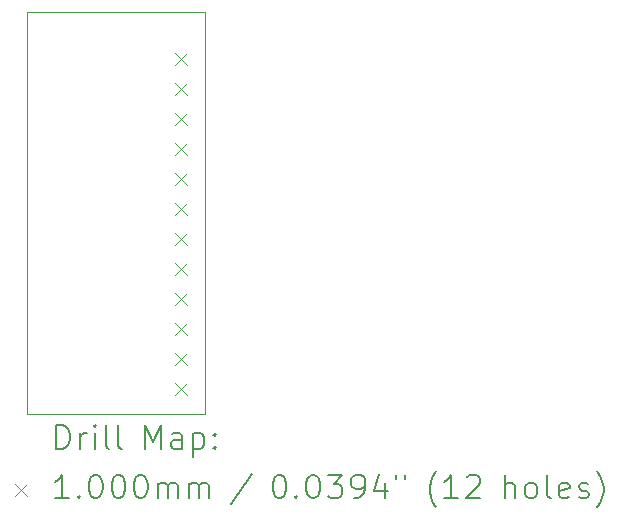
<source format=gbr>
%TF.GenerationSoftware,KiCad,Pcbnew,(7.0.0-0)*%
%TF.CreationDate,2023-06-29T18:43:14+08:00*%
%TF.ProjectId,cirque-connector,63697271-7565-42d6-936f-6e6e6563746f,rev?*%
%TF.SameCoordinates,Original*%
%TF.FileFunction,Drillmap*%
%TF.FilePolarity,Positive*%
%FSLAX45Y45*%
G04 Gerber Fmt 4.5, Leading zero omitted, Abs format (unit mm)*
G04 Created by KiCad (PCBNEW (7.0.0-0)) date 2023-06-29 18:43:14*
%MOMM*%
%LPD*%
G01*
G04 APERTURE LIST*
%ADD10C,0.050000*%
%ADD11C,0.200000*%
%ADD12C,0.100000*%
G04 APERTURE END LIST*
D10*
X2800000Y-5100000D02*
X4300000Y-5100000D01*
X2800000Y-8500000D02*
X4300000Y-8500000D01*
X4300000Y-5100000D02*
X4300000Y-8500000D01*
X2800000Y-5100000D02*
X2800000Y-8500000D01*
D11*
D12*
X4050000Y-5448000D02*
X4150000Y-5548000D01*
X4150000Y-5448000D02*
X4050000Y-5548000D01*
X4050000Y-5702000D02*
X4150000Y-5802000D01*
X4150000Y-5702000D02*
X4050000Y-5802000D01*
X4050000Y-5956000D02*
X4150000Y-6056000D01*
X4150000Y-5956000D02*
X4050000Y-6056000D01*
X4050000Y-6210000D02*
X4150000Y-6310000D01*
X4150000Y-6210000D02*
X4050000Y-6310000D01*
X4050000Y-6464000D02*
X4150000Y-6564000D01*
X4150000Y-6464000D02*
X4050000Y-6564000D01*
X4050000Y-6718000D02*
X4150000Y-6818000D01*
X4150000Y-6718000D02*
X4050000Y-6818000D01*
X4050000Y-6972000D02*
X4150000Y-7072000D01*
X4150000Y-6972000D02*
X4050000Y-7072000D01*
X4050000Y-7226000D02*
X4150000Y-7326000D01*
X4150000Y-7226000D02*
X4050000Y-7326000D01*
X4050000Y-7480000D02*
X4150000Y-7580000D01*
X4150000Y-7480000D02*
X4050000Y-7580000D01*
X4050000Y-7734000D02*
X4150000Y-7834000D01*
X4150000Y-7734000D02*
X4050000Y-7834000D01*
X4050000Y-7988000D02*
X4150000Y-8088000D01*
X4150000Y-7988000D02*
X4050000Y-8088000D01*
X4050000Y-8242000D02*
X4150000Y-8342000D01*
X4150000Y-8242000D02*
X4050000Y-8342000D01*
D11*
X3045119Y-8795976D02*
X3045119Y-8595976D01*
X3045119Y-8595976D02*
X3092738Y-8595976D01*
X3092738Y-8595976D02*
X3121309Y-8605500D01*
X3121309Y-8605500D02*
X3140357Y-8624548D01*
X3140357Y-8624548D02*
X3149881Y-8643595D01*
X3149881Y-8643595D02*
X3159405Y-8681690D01*
X3159405Y-8681690D02*
X3159405Y-8710262D01*
X3159405Y-8710262D02*
X3149881Y-8748357D01*
X3149881Y-8748357D02*
X3140357Y-8767405D01*
X3140357Y-8767405D02*
X3121309Y-8786452D01*
X3121309Y-8786452D02*
X3092738Y-8795976D01*
X3092738Y-8795976D02*
X3045119Y-8795976D01*
X3245119Y-8795976D02*
X3245119Y-8662643D01*
X3245119Y-8700738D02*
X3254643Y-8681690D01*
X3254643Y-8681690D02*
X3264167Y-8672167D01*
X3264167Y-8672167D02*
X3283214Y-8662643D01*
X3283214Y-8662643D02*
X3302262Y-8662643D01*
X3368928Y-8795976D02*
X3368928Y-8662643D01*
X3368928Y-8595976D02*
X3359405Y-8605500D01*
X3359405Y-8605500D02*
X3368928Y-8615024D01*
X3368928Y-8615024D02*
X3378452Y-8605500D01*
X3378452Y-8605500D02*
X3368928Y-8595976D01*
X3368928Y-8595976D02*
X3368928Y-8615024D01*
X3492738Y-8795976D02*
X3473690Y-8786452D01*
X3473690Y-8786452D02*
X3464167Y-8767405D01*
X3464167Y-8767405D02*
X3464167Y-8595976D01*
X3597500Y-8795976D02*
X3578452Y-8786452D01*
X3578452Y-8786452D02*
X3568928Y-8767405D01*
X3568928Y-8767405D02*
X3568928Y-8595976D01*
X3793690Y-8795976D02*
X3793690Y-8595976D01*
X3793690Y-8595976D02*
X3860357Y-8738833D01*
X3860357Y-8738833D02*
X3927024Y-8595976D01*
X3927024Y-8595976D02*
X3927024Y-8795976D01*
X4107976Y-8795976D02*
X4107976Y-8691214D01*
X4107976Y-8691214D02*
X4098452Y-8672167D01*
X4098452Y-8672167D02*
X4079405Y-8662643D01*
X4079405Y-8662643D02*
X4041309Y-8662643D01*
X4041309Y-8662643D02*
X4022262Y-8672167D01*
X4107976Y-8786452D02*
X4088928Y-8795976D01*
X4088928Y-8795976D02*
X4041309Y-8795976D01*
X4041309Y-8795976D02*
X4022262Y-8786452D01*
X4022262Y-8786452D02*
X4012738Y-8767405D01*
X4012738Y-8767405D02*
X4012738Y-8748357D01*
X4012738Y-8748357D02*
X4022262Y-8729310D01*
X4022262Y-8729310D02*
X4041309Y-8719786D01*
X4041309Y-8719786D02*
X4088928Y-8719786D01*
X4088928Y-8719786D02*
X4107976Y-8710262D01*
X4203214Y-8662643D02*
X4203214Y-8862643D01*
X4203214Y-8672167D02*
X4222262Y-8662643D01*
X4222262Y-8662643D02*
X4260357Y-8662643D01*
X4260357Y-8662643D02*
X4279405Y-8672167D01*
X4279405Y-8672167D02*
X4288929Y-8681690D01*
X4288929Y-8681690D02*
X4298452Y-8700738D01*
X4298452Y-8700738D02*
X4298452Y-8757881D01*
X4298452Y-8757881D02*
X4288929Y-8776929D01*
X4288929Y-8776929D02*
X4279405Y-8786452D01*
X4279405Y-8786452D02*
X4260357Y-8795976D01*
X4260357Y-8795976D02*
X4222262Y-8795976D01*
X4222262Y-8795976D02*
X4203214Y-8786452D01*
X4384167Y-8776929D02*
X4393690Y-8786452D01*
X4393690Y-8786452D02*
X4384167Y-8795976D01*
X4384167Y-8795976D02*
X4374643Y-8786452D01*
X4374643Y-8786452D02*
X4384167Y-8776929D01*
X4384167Y-8776929D02*
X4384167Y-8795976D01*
X4384167Y-8672167D02*
X4393690Y-8681690D01*
X4393690Y-8681690D02*
X4384167Y-8691214D01*
X4384167Y-8691214D02*
X4374643Y-8681690D01*
X4374643Y-8681690D02*
X4384167Y-8672167D01*
X4384167Y-8672167D02*
X4384167Y-8691214D01*
D12*
X2697500Y-9092500D02*
X2797500Y-9192500D01*
X2797500Y-9092500D02*
X2697500Y-9192500D01*
D11*
X3149881Y-9215976D02*
X3035595Y-9215976D01*
X3092738Y-9215976D02*
X3092738Y-9015976D01*
X3092738Y-9015976D02*
X3073690Y-9044548D01*
X3073690Y-9044548D02*
X3054643Y-9063595D01*
X3054643Y-9063595D02*
X3035595Y-9073119D01*
X3235595Y-9196929D02*
X3245119Y-9206452D01*
X3245119Y-9206452D02*
X3235595Y-9215976D01*
X3235595Y-9215976D02*
X3226071Y-9206452D01*
X3226071Y-9206452D02*
X3235595Y-9196929D01*
X3235595Y-9196929D02*
X3235595Y-9215976D01*
X3368928Y-9015976D02*
X3387976Y-9015976D01*
X3387976Y-9015976D02*
X3407024Y-9025500D01*
X3407024Y-9025500D02*
X3416548Y-9035024D01*
X3416548Y-9035024D02*
X3426071Y-9054071D01*
X3426071Y-9054071D02*
X3435595Y-9092167D01*
X3435595Y-9092167D02*
X3435595Y-9139786D01*
X3435595Y-9139786D02*
X3426071Y-9177881D01*
X3426071Y-9177881D02*
X3416548Y-9196929D01*
X3416548Y-9196929D02*
X3407024Y-9206452D01*
X3407024Y-9206452D02*
X3387976Y-9215976D01*
X3387976Y-9215976D02*
X3368928Y-9215976D01*
X3368928Y-9215976D02*
X3349881Y-9206452D01*
X3349881Y-9206452D02*
X3340357Y-9196929D01*
X3340357Y-9196929D02*
X3330833Y-9177881D01*
X3330833Y-9177881D02*
X3321309Y-9139786D01*
X3321309Y-9139786D02*
X3321309Y-9092167D01*
X3321309Y-9092167D02*
X3330833Y-9054071D01*
X3330833Y-9054071D02*
X3340357Y-9035024D01*
X3340357Y-9035024D02*
X3349881Y-9025500D01*
X3349881Y-9025500D02*
X3368928Y-9015976D01*
X3559405Y-9015976D02*
X3578452Y-9015976D01*
X3578452Y-9015976D02*
X3597500Y-9025500D01*
X3597500Y-9025500D02*
X3607024Y-9035024D01*
X3607024Y-9035024D02*
X3616548Y-9054071D01*
X3616548Y-9054071D02*
X3626071Y-9092167D01*
X3626071Y-9092167D02*
X3626071Y-9139786D01*
X3626071Y-9139786D02*
X3616548Y-9177881D01*
X3616548Y-9177881D02*
X3607024Y-9196929D01*
X3607024Y-9196929D02*
X3597500Y-9206452D01*
X3597500Y-9206452D02*
X3578452Y-9215976D01*
X3578452Y-9215976D02*
X3559405Y-9215976D01*
X3559405Y-9215976D02*
X3540357Y-9206452D01*
X3540357Y-9206452D02*
X3530833Y-9196929D01*
X3530833Y-9196929D02*
X3521309Y-9177881D01*
X3521309Y-9177881D02*
X3511786Y-9139786D01*
X3511786Y-9139786D02*
X3511786Y-9092167D01*
X3511786Y-9092167D02*
X3521309Y-9054071D01*
X3521309Y-9054071D02*
X3530833Y-9035024D01*
X3530833Y-9035024D02*
X3540357Y-9025500D01*
X3540357Y-9025500D02*
X3559405Y-9015976D01*
X3749881Y-9015976D02*
X3768929Y-9015976D01*
X3768929Y-9015976D02*
X3787976Y-9025500D01*
X3787976Y-9025500D02*
X3797500Y-9035024D01*
X3797500Y-9035024D02*
X3807024Y-9054071D01*
X3807024Y-9054071D02*
X3816548Y-9092167D01*
X3816548Y-9092167D02*
X3816548Y-9139786D01*
X3816548Y-9139786D02*
X3807024Y-9177881D01*
X3807024Y-9177881D02*
X3797500Y-9196929D01*
X3797500Y-9196929D02*
X3787976Y-9206452D01*
X3787976Y-9206452D02*
X3768929Y-9215976D01*
X3768929Y-9215976D02*
X3749881Y-9215976D01*
X3749881Y-9215976D02*
X3730833Y-9206452D01*
X3730833Y-9206452D02*
X3721309Y-9196929D01*
X3721309Y-9196929D02*
X3711786Y-9177881D01*
X3711786Y-9177881D02*
X3702262Y-9139786D01*
X3702262Y-9139786D02*
X3702262Y-9092167D01*
X3702262Y-9092167D02*
X3711786Y-9054071D01*
X3711786Y-9054071D02*
X3721309Y-9035024D01*
X3721309Y-9035024D02*
X3730833Y-9025500D01*
X3730833Y-9025500D02*
X3749881Y-9015976D01*
X3902262Y-9215976D02*
X3902262Y-9082643D01*
X3902262Y-9101690D02*
X3911786Y-9092167D01*
X3911786Y-9092167D02*
X3930833Y-9082643D01*
X3930833Y-9082643D02*
X3959405Y-9082643D01*
X3959405Y-9082643D02*
X3978452Y-9092167D01*
X3978452Y-9092167D02*
X3987976Y-9111214D01*
X3987976Y-9111214D02*
X3987976Y-9215976D01*
X3987976Y-9111214D02*
X3997500Y-9092167D01*
X3997500Y-9092167D02*
X4016548Y-9082643D01*
X4016548Y-9082643D02*
X4045119Y-9082643D01*
X4045119Y-9082643D02*
X4064167Y-9092167D01*
X4064167Y-9092167D02*
X4073690Y-9111214D01*
X4073690Y-9111214D02*
X4073690Y-9215976D01*
X4168929Y-9215976D02*
X4168929Y-9082643D01*
X4168929Y-9101690D02*
X4178452Y-9092167D01*
X4178452Y-9092167D02*
X4197500Y-9082643D01*
X4197500Y-9082643D02*
X4226072Y-9082643D01*
X4226072Y-9082643D02*
X4245119Y-9092167D01*
X4245119Y-9092167D02*
X4254643Y-9111214D01*
X4254643Y-9111214D02*
X4254643Y-9215976D01*
X4254643Y-9111214D02*
X4264167Y-9092167D01*
X4264167Y-9092167D02*
X4283214Y-9082643D01*
X4283214Y-9082643D02*
X4311786Y-9082643D01*
X4311786Y-9082643D02*
X4330833Y-9092167D01*
X4330833Y-9092167D02*
X4340357Y-9111214D01*
X4340357Y-9111214D02*
X4340357Y-9215976D01*
X4698452Y-9006452D02*
X4527024Y-9263595D01*
X4923214Y-9015976D02*
X4942262Y-9015976D01*
X4942262Y-9015976D02*
X4961310Y-9025500D01*
X4961310Y-9025500D02*
X4970833Y-9035024D01*
X4970833Y-9035024D02*
X4980357Y-9054071D01*
X4980357Y-9054071D02*
X4989881Y-9092167D01*
X4989881Y-9092167D02*
X4989881Y-9139786D01*
X4989881Y-9139786D02*
X4980357Y-9177881D01*
X4980357Y-9177881D02*
X4970833Y-9196929D01*
X4970833Y-9196929D02*
X4961310Y-9206452D01*
X4961310Y-9206452D02*
X4942262Y-9215976D01*
X4942262Y-9215976D02*
X4923214Y-9215976D01*
X4923214Y-9215976D02*
X4904167Y-9206452D01*
X4904167Y-9206452D02*
X4894643Y-9196929D01*
X4894643Y-9196929D02*
X4885119Y-9177881D01*
X4885119Y-9177881D02*
X4875595Y-9139786D01*
X4875595Y-9139786D02*
X4875595Y-9092167D01*
X4875595Y-9092167D02*
X4885119Y-9054071D01*
X4885119Y-9054071D02*
X4894643Y-9035024D01*
X4894643Y-9035024D02*
X4904167Y-9025500D01*
X4904167Y-9025500D02*
X4923214Y-9015976D01*
X5075595Y-9196929D02*
X5085119Y-9206452D01*
X5085119Y-9206452D02*
X5075595Y-9215976D01*
X5075595Y-9215976D02*
X5066072Y-9206452D01*
X5066072Y-9206452D02*
X5075595Y-9196929D01*
X5075595Y-9196929D02*
X5075595Y-9215976D01*
X5208929Y-9015976D02*
X5227976Y-9015976D01*
X5227976Y-9015976D02*
X5247024Y-9025500D01*
X5247024Y-9025500D02*
X5256548Y-9035024D01*
X5256548Y-9035024D02*
X5266072Y-9054071D01*
X5266072Y-9054071D02*
X5275595Y-9092167D01*
X5275595Y-9092167D02*
X5275595Y-9139786D01*
X5275595Y-9139786D02*
X5266072Y-9177881D01*
X5266072Y-9177881D02*
X5256548Y-9196929D01*
X5256548Y-9196929D02*
X5247024Y-9206452D01*
X5247024Y-9206452D02*
X5227976Y-9215976D01*
X5227976Y-9215976D02*
X5208929Y-9215976D01*
X5208929Y-9215976D02*
X5189881Y-9206452D01*
X5189881Y-9206452D02*
X5180357Y-9196929D01*
X5180357Y-9196929D02*
X5170833Y-9177881D01*
X5170833Y-9177881D02*
X5161310Y-9139786D01*
X5161310Y-9139786D02*
X5161310Y-9092167D01*
X5161310Y-9092167D02*
X5170833Y-9054071D01*
X5170833Y-9054071D02*
X5180357Y-9035024D01*
X5180357Y-9035024D02*
X5189881Y-9025500D01*
X5189881Y-9025500D02*
X5208929Y-9015976D01*
X5342262Y-9015976D02*
X5466072Y-9015976D01*
X5466072Y-9015976D02*
X5399405Y-9092167D01*
X5399405Y-9092167D02*
X5427976Y-9092167D01*
X5427976Y-9092167D02*
X5447024Y-9101690D01*
X5447024Y-9101690D02*
X5456548Y-9111214D01*
X5456548Y-9111214D02*
X5466072Y-9130262D01*
X5466072Y-9130262D02*
X5466072Y-9177881D01*
X5466072Y-9177881D02*
X5456548Y-9196929D01*
X5456548Y-9196929D02*
X5447024Y-9206452D01*
X5447024Y-9206452D02*
X5427976Y-9215976D01*
X5427976Y-9215976D02*
X5370833Y-9215976D01*
X5370833Y-9215976D02*
X5351786Y-9206452D01*
X5351786Y-9206452D02*
X5342262Y-9196929D01*
X5561310Y-9215976D02*
X5599405Y-9215976D01*
X5599405Y-9215976D02*
X5618452Y-9206452D01*
X5618452Y-9206452D02*
X5627976Y-9196929D01*
X5627976Y-9196929D02*
X5647024Y-9168357D01*
X5647024Y-9168357D02*
X5656548Y-9130262D01*
X5656548Y-9130262D02*
X5656548Y-9054071D01*
X5656548Y-9054071D02*
X5647024Y-9035024D01*
X5647024Y-9035024D02*
X5637500Y-9025500D01*
X5637500Y-9025500D02*
X5618452Y-9015976D01*
X5618452Y-9015976D02*
X5580357Y-9015976D01*
X5580357Y-9015976D02*
X5561310Y-9025500D01*
X5561310Y-9025500D02*
X5551786Y-9035024D01*
X5551786Y-9035024D02*
X5542262Y-9054071D01*
X5542262Y-9054071D02*
X5542262Y-9101690D01*
X5542262Y-9101690D02*
X5551786Y-9120738D01*
X5551786Y-9120738D02*
X5561310Y-9130262D01*
X5561310Y-9130262D02*
X5580357Y-9139786D01*
X5580357Y-9139786D02*
X5618452Y-9139786D01*
X5618452Y-9139786D02*
X5637500Y-9130262D01*
X5637500Y-9130262D02*
X5647024Y-9120738D01*
X5647024Y-9120738D02*
X5656548Y-9101690D01*
X5827976Y-9082643D02*
X5827976Y-9215976D01*
X5780357Y-9006452D02*
X5732738Y-9149310D01*
X5732738Y-9149310D02*
X5856548Y-9149310D01*
X5923214Y-9015976D02*
X5923214Y-9054071D01*
X5999405Y-9015976D02*
X5999405Y-9054071D01*
X6262262Y-9292167D02*
X6252738Y-9282643D01*
X6252738Y-9282643D02*
X6233691Y-9254071D01*
X6233691Y-9254071D02*
X6224167Y-9235024D01*
X6224167Y-9235024D02*
X6214643Y-9206452D01*
X6214643Y-9206452D02*
X6205119Y-9158833D01*
X6205119Y-9158833D02*
X6205119Y-9120738D01*
X6205119Y-9120738D02*
X6214643Y-9073119D01*
X6214643Y-9073119D02*
X6224167Y-9044548D01*
X6224167Y-9044548D02*
X6233691Y-9025500D01*
X6233691Y-9025500D02*
X6252738Y-8996929D01*
X6252738Y-8996929D02*
X6262262Y-8987405D01*
X6443214Y-9215976D02*
X6328929Y-9215976D01*
X6386071Y-9215976D02*
X6386071Y-9015976D01*
X6386071Y-9015976D02*
X6367024Y-9044548D01*
X6367024Y-9044548D02*
X6347976Y-9063595D01*
X6347976Y-9063595D02*
X6328929Y-9073119D01*
X6519405Y-9035024D02*
X6528929Y-9025500D01*
X6528929Y-9025500D02*
X6547976Y-9015976D01*
X6547976Y-9015976D02*
X6595595Y-9015976D01*
X6595595Y-9015976D02*
X6614643Y-9025500D01*
X6614643Y-9025500D02*
X6624167Y-9035024D01*
X6624167Y-9035024D02*
X6633691Y-9054071D01*
X6633691Y-9054071D02*
X6633691Y-9073119D01*
X6633691Y-9073119D02*
X6624167Y-9101690D01*
X6624167Y-9101690D02*
X6509881Y-9215976D01*
X6509881Y-9215976D02*
X6633691Y-9215976D01*
X6839405Y-9215976D02*
X6839405Y-9015976D01*
X6925119Y-9215976D02*
X6925119Y-9111214D01*
X6925119Y-9111214D02*
X6915595Y-9092167D01*
X6915595Y-9092167D02*
X6896548Y-9082643D01*
X6896548Y-9082643D02*
X6867976Y-9082643D01*
X6867976Y-9082643D02*
X6848929Y-9092167D01*
X6848929Y-9092167D02*
X6839405Y-9101690D01*
X7048929Y-9215976D02*
X7029881Y-9206452D01*
X7029881Y-9206452D02*
X7020357Y-9196929D01*
X7020357Y-9196929D02*
X7010833Y-9177881D01*
X7010833Y-9177881D02*
X7010833Y-9120738D01*
X7010833Y-9120738D02*
X7020357Y-9101690D01*
X7020357Y-9101690D02*
X7029881Y-9092167D01*
X7029881Y-9092167D02*
X7048929Y-9082643D01*
X7048929Y-9082643D02*
X7077500Y-9082643D01*
X7077500Y-9082643D02*
X7096548Y-9092167D01*
X7096548Y-9092167D02*
X7106072Y-9101690D01*
X7106072Y-9101690D02*
X7115595Y-9120738D01*
X7115595Y-9120738D02*
X7115595Y-9177881D01*
X7115595Y-9177881D02*
X7106072Y-9196929D01*
X7106072Y-9196929D02*
X7096548Y-9206452D01*
X7096548Y-9206452D02*
X7077500Y-9215976D01*
X7077500Y-9215976D02*
X7048929Y-9215976D01*
X7229881Y-9215976D02*
X7210833Y-9206452D01*
X7210833Y-9206452D02*
X7201310Y-9187405D01*
X7201310Y-9187405D02*
X7201310Y-9015976D01*
X7382262Y-9206452D02*
X7363214Y-9215976D01*
X7363214Y-9215976D02*
X7325119Y-9215976D01*
X7325119Y-9215976D02*
X7306072Y-9206452D01*
X7306072Y-9206452D02*
X7296548Y-9187405D01*
X7296548Y-9187405D02*
X7296548Y-9111214D01*
X7296548Y-9111214D02*
X7306072Y-9092167D01*
X7306072Y-9092167D02*
X7325119Y-9082643D01*
X7325119Y-9082643D02*
X7363214Y-9082643D01*
X7363214Y-9082643D02*
X7382262Y-9092167D01*
X7382262Y-9092167D02*
X7391786Y-9111214D01*
X7391786Y-9111214D02*
X7391786Y-9130262D01*
X7391786Y-9130262D02*
X7296548Y-9149310D01*
X7467976Y-9206452D02*
X7487024Y-9215976D01*
X7487024Y-9215976D02*
X7525119Y-9215976D01*
X7525119Y-9215976D02*
X7544167Y-9206452D01*
X7544167Y-9206452D02*
X7553691Y-9187405D01*
X7553691Y-9187405D02*
X7553691Y-9177881D01*
X7553691Y-9177881D02*
X7544167Y-9158833D01*
X7544167Y-9158833D02*
X7525119Y-9149310D01*
X7525119Y-9149310D02*
X7496548Y-9149310D01*
X7496548Y-9149310D02*
X7477500Y-9139786D01*
X7477500Y-9139786D02*
X7467976Y-9120738D01*
X7467976Y-9120738D02*
X7467976Y-9111214D01*
X7467976Y-9111214D02*
X7477500Y-9092167D01*
X7477500Y-9092167D02*
X7496548Y-9082643D01*
X7496548Y-9082643D02*
X7525119Y-9082643D01*
X7525119Y-9082643D02*
X7544167Y-9092167D01*
X7620357Y-9292167D02*
X7629881Y-9282643D01*
X7629881Y-9282643D02*
X7648929Y-9254071D01*
X7648929Y-9254071D02*
X7658453Y-9235024D01*
X7658453Y-9235024D02*
X7667976Y-9206452D01*
X7667976Y-9206452D02*
X7677500Y-9158833D01*
X7677500Y-9158833D02*
X7677500Y-9120738D01*
X7677500Y-9120738D02*
X7667976Y-9073119D01*
X7667976Y-9073119D02*
X7658453Y-9044548D01*
X7658453Y-9044548D02*
X7648929Y-9025500D01*
X7648929Y-9025500D02*
X7629881Y-8996929D01*
X7629881Y-8996929D02*
X7620357Y-8987405D01*
M02*

</source>
